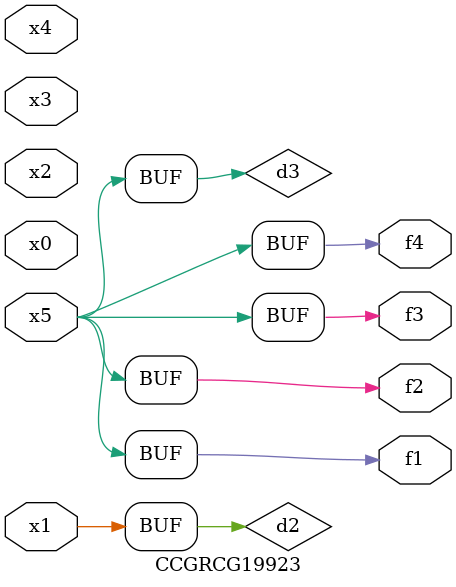
<source format=v>
module CCGRCG19923(
	input x0, x1, x2, x3, x4, x5,
	output f1, f2, f3, f4
);

	wire d1, d2, d3;

	not (d1, x5);
	or (d2, x1);
	xnor (d3, d1);
	assign f1 = d3;
	assign f2 = d3;
	assign f3 = d3;
	assign f4 = d3;
endmodule

</source>
